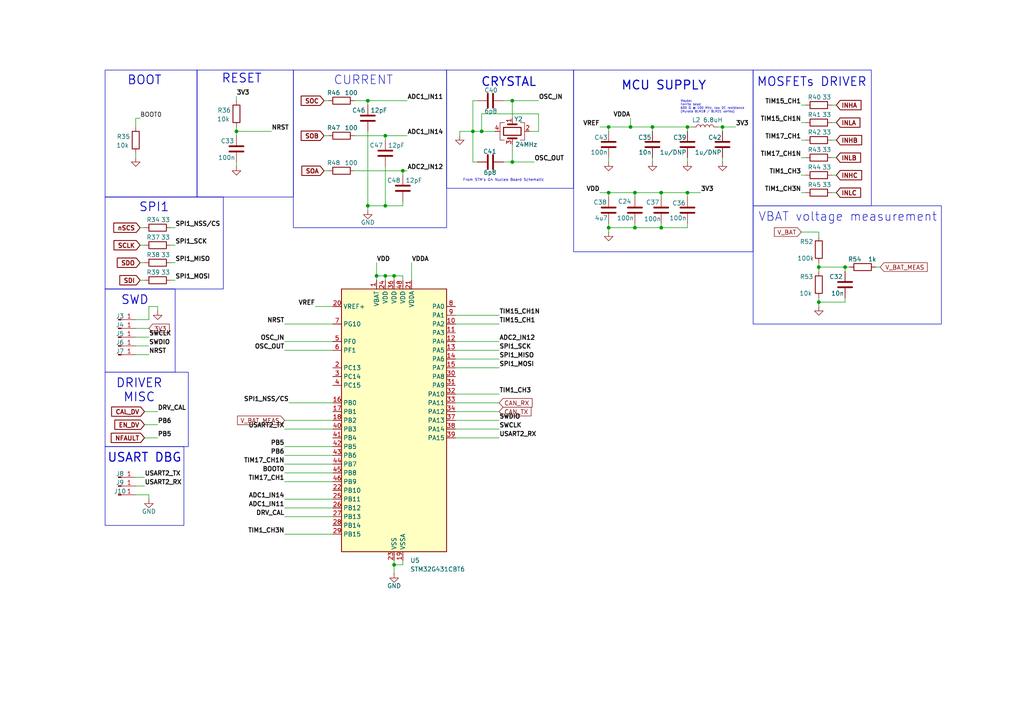
<source format=kicad_sch>
(kicad_sch (version 20250114) (generator "eeschema") (generator_version "9.0")
  (paper "A4")
  (lib_symbols
    (symbol "Connector:Conn_01x01_Pin" (pin_names (offset 1.016) (hide yes))
      (property "Reference" "J" (at 0 2.54 0))
      (property "Value" "Conn_01x01_Pin" (at 0 -2.54 0))
      (symbol "Conn_01x01_Pin_1_1"
        (rectangle (start 0.8636 0.127) (end 0 -0.127) (stroke (width 0.1524)) (fill (type outline)))
        (polyline (pts (xy 1.27 0) (xy 0.8636 0)) (stroke (width 0.1524)))
        (pin passive line (at 5.08 0 180) (length 3.81) (name "Pin_1") (number "1"))
      )
    )
    (symbol "Device:C" (pin_numbers (hide yes)) (pin_names (offset 0.254))
      (property "Reference" "C" (at 0.635 2.54 0))
      (property "Value" "C" (at 0.635 -2.54 0))
      (symbol "C_0_1"
        (polyline (pts (xy -2.032 0.762) (xy 2.032 0.762)) (stroke (width 0.508)))
        (polyline (pts (xy -2.032 -0.762) (xy 2.032 -0.762)) (stroke (width 0.508)))
      )
      (symbol "C_1_1"
        (pin passive line (at 0 3.81 270) (length 2.794) (name "~") (number "1"))
        (pin passive line (at 0 -3.81 90) (length 2.794) (name "~") (number "2"))
      )
    )
    (symbol "Device:Crystal_GND24" (pin_names (offset 1.016) (hide yes))
      (property "Reference" "Y" (at 3.175 5.08 0))
      (property "Value" "Crystal_GND24" (at 3.175 3.175 0))
      (symbol "Crystal_GND24_0_1"
        (polyline (pts (xy -2.54 2.286) (xy -2.54 3.556) (xy 2.54 3.556) (xy 2.54 2.286)))
        (polyline (pts (xy -2.54 0) (xy -2.032 0)))
        (polyline (pts (xy -2.54 -2.286) (xy -2.54 -3.556) (xy 2.54 -3.556) (xy 2.54 -2.286)))
        (polyline (pts (xy -2.032 -1.27) (xy -2.032 1.27)) (stroke (width 0.508)))
        (rectangle (start -1.143 2.54) (end 1.143 -2.54) (stroke (width 0.3048)))
        (polyline (pts (xy 0 3.556) (xy 0 3.81)))
        (polyline (pts (xy 0 -3.81) (xy 0 -3.556)))
        (polyline (pts (xy 2.032 0) (xy 2.54 0)))
        (polyline (pts (xy 2.032 -1.27) (xy 2.032 1.27)) (stroke (width 0.508)))
      )
      (symbol "Crystal_GND24_1_1"
        (pin passive line (at -3.81 0 0) (length 1.27) (name "1") (number "1"))
        (pin passive line (at 0 5.08 270) (length 1.27) (name "2") (number "2"))
        (pin passive line (at 0 -5.08 90) (length 1.27) (name "4") (number "4"))
        (pin passive line (at 3.81 0 180) (length 1.27) (name "3") (number "3"))
      )
    )
    (symbol "Device:L" (pin_numbers (hide yes)) (pin_names (offset 1.016) (hide yes))
      (property "Reference" "L" (at -1.27 0 90))
      (property "Value" "L" (at 1.905 0 90))
      (symbol "L_0_1"
        (arc (start 0 2.54) (mid 0.6323 1.905) (end 0 1.27))
        (arc (start 0 1.27) (mid 0.6323 0.635) (end 0 0))
        (arc (start 0 0) (mid 0.6323 -0.635) (end 0 -1.27))
        (arc (start 0 -1.27) (mid 0.6323 -1.905) (end 0 -2.54))
      )
      (symbol "L_1_1"
        (pin passive line (at 0 3.81 270) (length 1.27) (name "1") (number "1"))
        (pin passive line (at 0 -3.81 90) (length 1.27) (name "2") (number "2"))
      )
    )
    (symbol "Device:R" (pin_numbers (hide yes)) (pin_names (offset 0))
      (property "Reference" "R" (at 2.032 0 90))
      (property "Value" "R" (at 0 0 90))
      (symbol "R_0_1"
        (rectangle (start -1.016 -2.54) (end 1.016 2.54) (stroke (width 0.254)))
      )
      (symbol "R_1_1"
        (pin passive line (at 0 3.81 270) (length 1.27) (name "~") (number "1"))
        (pin passive line (at 0 -3.81 90) (length 1.27) (name "~") (number "2"))
      )
    )
    (symbol "MCU_ST_STM32G4:STM32G431CBTx"
      (property "Reference" "U" (at -15.24 39.37 0))
      (property "Value" "STM32G431CBTx" (at 7.62 39.37 0))
      (symbol "STM32G431CBTx_0_1"
        (rectangle (start -15.24 -38.1) (end 15.24 38.1) (stroke (width 0.254)) (fill (type background)))
      )
      (symbol "STM32G431CBTx_1_1"
        (pin input line (at -17.78 33.02 0) (length 2.54) (name "VREF+") (number "20"))
        (pin bidirectional line (at -17.78 27.94 0) (length 2.54) (name "PG10") (number "7"))
        (pin bidirectional line (at -17.78 22.86 0) (length 2.54) (name "PF0") (number "5"))
        (pin bidirectional line (at -17.78 20.32 0) (length 2.54) (name "PF1") (number "6"))
        (pin bidirectional line (at -17.78 15.24 0) (length 2.54) (name "PC13") (number "2"))
        (pin bidirectional line (at -17.78 12.7 0) (length 2.54) (name "PC14") (number "3"))
        (pin bidirectional line (at -17.78 10.16 0) (length 2.54) (name "PC15") (number "4"))
        (pin bidirectional line (at -17.78 5.08 0) (length 2.54) (name "PB0") (number "16"))
        (pin bidirectional line (at -17.78 2.54 0) (length 2.54) (name "PB1") (number "17"))
        (pin bidirectional line (at -17.78 0 0) (length 2.54) (name "PB2") (number "18"))
        (pin bidirectional line (at -17.78 -2.54 0) (length 2.54) (name "PB3") (number "40"))
        (pin bidirectional line (at -17.78 -5.08 0) (length 2.54) (name "PB4") (number "41"))
        (pin bidirectional line (at -17.78 -7.62 0) (length 2.54) (name "PB5") (number "42"))
        (pin bidirectional line (at -17.78 -10.16 0) (length 2.54) (name "PB6") (number "43"))
        (pin bidirectional line (at -17.78 -12.7 0) (length 2.54) (name "PB7") (number "44"))
        (pin bidirectional line (at -17.78 -15.24 0) (length 2.54) (name "PB8") (number "45"))
        (pin bidirectional line (at -17.78 -17.78 0) (length 2.54) (name "PB9") (number "46"))
        (pin bidirectional line (at -17.78 -20.32 0) (length 2.54) (name "PB10") (number "22"))
        (pin bidirectional line (at -17.78 -22.86 0) (length 2.54) (name "PB11") (number "25"))
        (pin bidirectional line (at -17.78 -25.4 0) (length 2.54) (name "PB12") (number "26"))
        (pin bidirectional line (at -17.78 -27.94 0) (length 2.54) (name "PB13") (number "27"))
        (pin bidirectional line (at -17.78 -30.48 0) (length 2.54) (name "PB14") (number "28"))
        (pin bidirectional line (at -17.78 -33.02 0) (length 2.54) (name "PB15") (number "29"))
        (pin power_in line (at -5.08 40.64 270) (length 2.54) (name "VBAT") (number "1"))
        (pin power_in line (at -2.54 40.64 270) (length 2.54) (name "VDD") (number "24"))
        (pin power_in line (at 0 40.64 270) (length 2.54) (name "VDD") (number "36"))
        (pin power_in line (at 0 -40.64 90) (length 2.54) (name "VSS") (number "23"))
        (pin passive line (at 0 -40.64 90) (length 2.54) (hide yes) (name "VSS") (number "35"))
        (pin passive line (at 0 -40.64 90) (length 2.54) (hide yes) (name "VSS") (number "47"))
        (pin power_in line (at 2.54 40.64 270) (length 2.54) (name "VDD") (number "48"))
        (pin power_in line (at 2.54 -40.64 90) (length 2.54) (name "VSSA") (number "19"))
        (pin power_in line (at 5.08 40.64 270) (length 2.54) (name "VDDA") (number "21"))
        (pin bidirectional line (at 17.78 33.02 180) (length 2.54) (name "PA0") (number "8"))
        (pin bidirectional line (at 17.78 30.48 180) (length 2.54) (name "PA1") (number "9"))
        (pin bidirectional line (at 17.78 27.94 180) (length 2.54) (name "PA2") (number "10"))
        (pin bidirectional line (at 17.78 25.4 180) (length 2.54) (name "PA3") (number "11"))
        (pin bidirectional line (at 17.78 22.86 180) (length 2.54) (name "PA4") (number "12"))
        (pin bidirectional line (at 17.78 20.32 180) (length 2.54) (name "PA5") (number "13"))
        (pin bidirectional line (at 17.78 17.78 180) (length 2.54) (name "PA6") (number "14"))
        (pin bidirectional line (at 17.78 15.24 180) (length 2.54) (name "PA7") (number "15"))
        (pin bidirectional line (at 17.78 12.7 180) (length 2.54) (name "PA8") (number "30"))
        (pin bidirectional line (at 17.78 10.16 180) (length 2.54) (name "PA9") (number "31"))
        (pin bidirectional line (at 17.78 7.62 180) (length 2.54) (name "PA10") (number "32"))
        (pin bidirectional line (at 17.78 5.08 180) (length 2.54) (name "PA11") (number "33"))
        (pin bidirectional line (at 17.78 2.54 180) (length 2.54) (name "PA12") (number "34"))
        (pin bidirectional line (at 17.78 0 180) (length 2.54) (name "PA13") (number "37"))
        (pin bidirectional line (at 17.78 -2.54 180) (length 2.54) (name "PA14") (number "38"))
        (pin bidirectional line (at 17.78 -5.08 180) (length 2.54) (name "PA15") (number "39"))
      )
    )
    (symbol "power:GND" (power) (pin_numbers (hide yes)) (pin_names (offset 0) (hide yes))
      (property "Value" "GND" (at 0 -3.81 0))
      (symbol "GND_0_1"
        (polyline (pts (xy 0 0) (xy 0 -1.27) (xy 1.27 -1.27) (xy 0 -2.54) (xy -1.27 -1.27) (xy 0 -1.27)))
      )
      (symbol "GND_1_1"
        (pin power_in line (at 0 0 270) (length 0) (name "~") (number "1"))
      )
    )
  )
  (rectangle (start 30.48 57.15) (end 64.77 83.82))
  (rectangle (start 30.48 129.54) (end 53.34 152.4))
  (rectangle (start 129.54 20.32) (end 166.37 54.61))
  (rectangle (start 30.48 83.82) (end 50.8 107.95))
  (rectangle (start 30.48 107.95) (end 54.61 129.54))
  (rectangle (start 85.09 20.32) (end 129.54 66.04))
  (rectangle (start 218.44 59.69) (end 273.05 93.98))
  (rectangle (start 30.48 20.32) (end 57.15 57.15))
  (rectangle (start 57.15 20.32) (end 85.09 57.15))
  (rectangle (start 166.37 20.32) (end 218.44 73.025))
  (rectangle (start 218.44 20.32) (end 252.73 59.69))
  (text "CURRENT" (at 105.41 23.368 0) (effects (font (size 2.54 2.54) (thickness 0.1588))))
  (text "VBAT voltage measurement" (at 245.872 62.992 0) (effects (font (size 2.54 2.54) (thickness 0.1588))))
  (text "SWD" (at 39.116 87.122 0) (effects (font (size 2.54 2.54) (thickness 0.254) (bold yes))))
  (text "RESET" (at 70.104 22.86 0) (effects (font (size 2.54 2.54) (thickness 0.254) (bold yes))))
  (text "From STM's G4 Nucleo Board Schematic" (at 146.05 52.324 0) (effects (font (size 0.762 0.762) (thickness 0.0953))))
  (text "USART DBG" (at 41.91 132.842 0) (effects (font (size 2.54 2.54) (thickness 0.3175))))
  (text "BOOT" (at 41.91 23.368 0) (effects (font (size 2.54 2.54) (thickness 0.254) (bold yes))))
  (text "DRIVER\nMISC" (at 40.386 113.284 0) (effects (font (size 2.54 2.54) (thickness 0.254) (bold yes))))
  (text "MCU SUPPLY" (at 192.532 24.892 0) (effects (font (size 2.54 2.54) (thickness 0.3175))))
  (text "CRYSTAL" (at 147.574 23.876 0) (effects (font (size 2.54 2.54) (thickness 0.3175))))
  (text "Maybe:\nFerrite bead\n600 Ω @ 100 MHz, low DC resistance\n(Murata BLM18 / BLM21 series)" (at 197.358 30.988 0) (effects (font (size 0.635 0.635) (thickness 0.0794)) (justify left)))
  (text "MOSFETs DRIVER" (at 235.458 23.876 0) (effects (font (size 2.54 2.54) (thickness 0.254) (bold yes))))
  (text "SPI1" (at 44.704 60.198 0) (effects (font (size 2.54 2.54) (thickness 0.254) (bold yes))))
  (junction (at 237.49 87.63))
  (junction (at 109.22 80.01))
  (junction (at 116.84 49.53))
  (junction (at 114.3 80.01))
  (junction (at 189.23 36.83))
  (junction (at 199.39 55.88))
  (junction (at 111.76 80.01))
  (junction (at 111.76 59.69))
  (junction (at 176.53 36.83))
  (junction (at 184.15 66.04))
  (junction (at 184.15 55.88))
  (junction (at 68.58 38.1))
  (junction (at 245.11 77.47))
  (junction (at 139.7 38.1))
  (junction (at 176.53 66.04))
  (junction (at 237.49 77.47))
  (junction (at 148.59 46.99))
  (junction (at 111.76 39.37))
  (junction (at 191.77 55.88))
  (junction (at 137.16 38.1))
  (junction (at 114.3 163.83))
  (junction (at 106.68 59.69))
  (junction (at 182.88 36.83))
  (junction (at 176.53 55.88))
  (junction (at 191.77 66.04))
  (junction (at 209.55 36.83))
  (junction (at 106.68 29.21))
  (junction (at 199.39 36.83))
  (junction (at 148.59 29.21))
  (wire (pts (xy 144.78 121.92) (xy 132.08 121.92)))
  (wire (pts (xy 153.67 38.1) (xy 156.21 38.1)))
  (wire (pts (xy 119.38 76.2) (xy 119.38 81.28)))
  (wire (pts (xy 237.49 67.31) (xy 237.49 68.58)))
  (wire (pts (xy 139.7 38.1) (xy 143.51 38.1)))
  (wire (pts (xy 132.08 91.44) (xy 144.78 91.44)))
  (wire (pts (xy 237.49 88.9) (xy 237.49 87.63)))
  (wire (pts (xy 45.72 88.9) (xy 45.72 90.17)))
  (wire (pts (xy 242.57 30.48) (xy 241.3 30.48)))
  (wire (pts (xy 232.41 67.31) (xy 237.49 67.31)))
  (wire (pts (xy 176.53 57.15) (xy 176.53 55.88)))
  (wire (pts (xy 116.84 49.53) (xy 118.11 49.53)))
  (wire (pts (xy 43.18 143.51) (xy 43.18 144.78)))
  (wire (pts (xy 68.58 36.83) (xy 68.58 38.1)))
  (wire (pts (xy 82.55 129.54) (xy 96.52 129.54)))
  (wire (pts (xy 111.76 48.26) (xy 111.76 59.69)))
  (wire (pts (xy 133.35 38.1) (xy 137.16 38.1)))
  (wire (pts (xy 156.21 29.21) (xy 148.59 29.21)))
  (wire (pts (xy 114.3 80.01) (xy 114.3 81.28)))
  (wire (pts (xy 237.49 77.47) (xy 245.11 77.47)))
  (wire (pts (xy 41.91 119.38) (xy 45.72 119.38)))
  (wire (pts (xy 93.98 39.37) (xy 95.25 39.37)))
  (wire (pts (xy 106.68 59.69) (xy 111.76 59.69)))
  (wire (pts (xy 176.53 66.04) (xy 176.53 67.31)))
  (wire (pts (xy 242.57 35.56) (xy 241.3 35.56)))
  (wire (pts (xy 191.77 55.88) (xy 191.77 57.15)))
  (wire (pts (xy 43.18 95.25) (xy 39.37 95.25)))
  (wire (pts (xy 184.15 64.77) (xy 184.15 66.04)))
  (wire (pts (xy 40.64 81.28) (xy 41.91 81.28)))
  (wire (pts (xy 93.98 29.21) (xy 95.25 29.21)))
  (wire (pts (xy 116.84 58.42) (xy 116.84 59.69)))
  (wire (pts (xy 137.16 29.21) (xy 137.16 38.1)))
  (wire (pts (xy 102.87 49.53) (xy 116.84 49.53)))
  (wire (pts (xy 39.37 34.29) (xy 40.64 34.29)))
  (wire (pts (xy 102.87 39.37) (xy 111.76 39.37)))
  (wire (pts (xy 232.41 50.8) (xy 233.68 50.8)))
  (wire (pts (xy 232.41 45.72) (xy 233.68 45.72)))
  (wire (pts (xy 109.22 80.01) (xy 111.76 80.01)))
  (wire (pts (xy 199.39 64.77) (xy 199.39 66.04)))
  (wire (pts (xy 242.57 40.64) (xy 241.3 40.64)))
  (wire (pts (xy 245.11 78.74) (xy 245.11 77.47)))
  (wire (pts (xy 254 77.47) (xy 255.27 77.47)))
  (wire (pts (xy 232.41 40.64) (xy 233.68 40.64)))
  (wire (pts (xy 114.3 80.01) (xy 111.76 80.01)))
  (wire (pts (xy 191.77 66.04) (xy 184.15 66.04)))
  (wire (pts (xy 39.37 143.51) (xy 43.18 143.51)))
  (wire (pts (xy 43.18 92.71) (xy 39.37 92.71)))
  (wire (pts (xy 137.16 38.1) (xy 137.16 46.99)))
  (wire (pts (xy 116.84 80.01) (xy 114.3 80.01)))
  (wire (pts (xy 144.78 106.68) (xy 132.08 106.68)))
  (wire (pts (xy 176.53 64.77) (xy 176.53 66.04)))
  (wire (pts (xy 176.53 36.83) (xy 182.88 36.83)))
  (wire (pts (xy 82.55 144.78) (xy 96.52 144.78)))
  (wire (pts (xy 82.55 134.62) (xy 96.52 134.62)))
  (wire (pts (xy 156.21 33.02) (xy 156.21 38.1)))
  (wire (pts (xy 116.84 162.56) (xy 116.84 163.83)))
  (wire (pts (xy 41.91 140.97) (xy 39.37 140.97)))
  (wire (pts (xy 148.59 29.21) (xy 148.59 34.29)))
  (wire (pts (xy 242.57 55.88) (xy 241.3 55.88)))
  (wire (pts (xy 116.84 81.28) (xy 116.84 80.01)))
  (wire (pts (xy 82.55 124.46) (xy 96.52 124.46)))
  (wire (pts (xy 82.55 147.32) (xy 96.52 147.32)))
  (wire (pts (xy 82.55 139.7) (xy 96.52 139.7)))
  (wire (pts (xy 83.82 116.84) (xy 96.52 116.84)))
  (wire (pts (xy 137.16 46.99) (xy 138.43 46.99)))
  (wire (pts (xy 245.11 77.47) (xy 246.38 77.47)))
  (wire (pts (xy 109.22 81.28) (xy 109.22 80.01)))
  (wire (pts (xy 82.55 154.94) (xy 96.52 154.94)))
  (wire (pts (xy 43.18 92.71) (xy 43.18 88.9)))
  (wire (pts (xy 82.55 121.92) (xy 96.52 121.92)))
  (wire (pts (xy 49.53 81.28) (xy 50.8 81.28)))
  (wire (pts (xy 43.18 100.33) (xy 39.37 100.33)))
  (wire (pts (xy 49.53 76.2) (xy 50.8 76.2)))
  (wire (pts (xy 106.68 59.69) (xy 106.68 60.96)))
  (wire (pts (xy 232.41 35.56) (xy 233.68 35.56)))
  (wire (pts (xy 106.68 38.1) (xy 106.68 59.69)))
  (wire (pts (xy 111.76 39.37) (xy 111.76 40.64)))
  (wire (pts (xy 146.05 29.21) (xy 148.59 29.21)))
  (wire (pts (xy 68.58 38.1) (xy 78.74 38.1)))
  (wire (pts (xy 43.18 88.9) (xy 45.72 88.9)))
  (wire (pts (xy 146.05 46.99) (xy 148.59 46.99)))
  (wire (pts (xy 82.55 101.6) (xy 96.52 101.6)))
  (wire (pts (xy 139.7 38.1) (xy 139.7 33.02)))
  (wire (pts (xy 184.15 66.04) (xy 176.53 66.04)))
  (wire (pts (xy 49.53 66.04) (xy 50.8 66.04)))
  (wire (pts (xy 144.78 104.14) (xy 132.08 104.14)))
  (wire (pts (xy 111.76 80.01) (xy 111.76 81.28)))
  (wire (pts (xy 199.39 36.83) (xy 199.39 38.1)))
  (wire (pts (xy 82.55 149.86) (xy 96.52 149.86)))
  (wire (pts (xy 68.58 46.99) (xy 68.58 48.26)))
  (wire (pts (xy 176.53 45.72) (xy 176.53 46.99)))
  (wire (pts (xy 106.68 29.21) (xy 118.11 29.21)))
  (wire (pts (xy 133.35 39.37) (xy 133.35 38.1)))
  (wire (pts (xy 173.99 55.88) (xy 176.53 55.88)))
  (wire (pts (xy 191.77 64.77) (xy 191.77 66.04)))
  (wire (pts (xy 189.23 45.72) (xy 189.23 46.99)))
  (wire (pts (xy 144.78 119.38) (xy 132.08 119.38)))
  (wire (pts (xy 93.98 49.53) (xy 95.25 49.53)))
  (wire (pts (xy 102.87 29.21) (xy 106.68 29.21)))
  (wire (pts (xy 114.3 162.56) (xy 114.3 163.83)))
  (wire (pts (xy 232.41 55.88) (xy 233.68 55.88)))
  (wire (pts (xy 237.49 87.63) (xy 245.11 87.63)))
  (wire (pts (xy 39.37 44.45) (xy 39.37 45.72)))
  (wire (pts (xy 182.88 36.83) (xy 189.23 36.83)))
  (wire (pts (xy 40.64 71.12) (xy 41.91 71.12)))
  (wire (pts (xy 199.39 46.99) (xy 199.39 45.72)))
  (wire (pts (xy 138.43 29.21) (xy 137.16 29.21)))
  (wire (pts (xy 82.55 99.06) (xy 96.52 99.06)))
  (wire (pts (xy 144.78 116.84) (xy 132.08 116.84)))
  (wire (pts (xy 68.58 38.1) (xy 68.58 39.37)))
  (wire (pts (xy 82.55 93.98) (xy 96.52 93.98)))
  (wire (pts (xy 176.53 55.88) (xy 184.15 55.88)))
  (wire (pts (xy 41.91 123.19) (xy 45.72 123.19)))
  (wire (pts (xy 176.53 36.83) (xy 176.53 38.1)))
  (wire (pts (xy 199.39 55.88) (xy 199.39 57.15)))
  (wire (pts (xy 237.49 86.36) (xy 237.49 87.63)))
  (wire (pts (xy 144.78 114.3) (xy 132.08 114.3)))
  (wire (pts (xy 199.39 55.88) (xy 203.2 55.88)))
  (wire (pts (xy 182.88 34.29) (xy 182.88 36.83)))
  (wire (pts (xy 116.84 49.53) (xy 116.84 50.8)))
  (wire (pts (xy 41.91 138.43) (xy 39.37 138.43)))
  (wire (pts (xy 245.11 86.36) (xy 245.11 87.63)))
  (wire (pts (xy 40.64 66.04) (xy 41.91 66.04)))
  (wire (pts (xy 148.59 46.99) (xy 154.94 46.99)))
  (wire (pts (xy 173.99 36.83) (xy 176.53 36.83)))
  (wire (pts (xy 144.78 93.98) (xy 132.08 93.98)))
  (wire (pts (xy 184.15 55.88) (xy 184.15 57.15)))
  (wire (pts (xy 209.55 46.99) (xy 209.55 45.72)))
  (wire (pts (xy 144.78 99.06) (xy 132.08 99.06)))
  (wire (pts (xy 208.28 36.83) (xy 209.55 36.83)))
  (wire (pts (xy 189.23 36.83) (xy 189.23 38.1)))
  (wire (pts (xy 82.55 132.08) (xy 96.52 132.08)))
  (wire (pts (xy 139.7 33.02) (xy 156.21 33.02)))
  (wire (pts (xy 49.53 71.12) (xy 50.8 71.12)))
  (wire (pts (xy 148.59 41.91) (xy 148.59 46.99)))
  (wire (pts (xy 82.55 137.16) (xy 96.52 137.16)))
  (wire (pts (xy 41.91 127) (xy 45.72 127)))
  (wire (pts (xy 209.55 36.83) (xy 209.55 38.1)))
  (wire (pts (xy 91.44 88.9) (xy 96.52 88.9)))
  (wire (pts (xy 199.39 66.04) (xy 191.77 66.04)))
  (wire (pts (xy 68.58 27.94) (xy 68.58 29.21)))
  (wire (pts (xy 43.18 97.79) (xy 39.37 97.79)))
  (wire (pts (xy 106.68 29.21) (xy 106.68 30.48)))
  (wire (pts (xy 109.22 76.2) (xy 109.22 80.01)))
  (wire (pts (xy 242.57 45.72) (xy 241.3 45.72)))
  (wire (pts (xy 189.23 36.83) (xy 199.39 36.83)))
  (wire (pts (xy 237.49 77.47) (xy 237.49 78.74)))
  (wire (pts (xy 209.55 36.83) (xy 213.36 36.83)))
  (wire (pts (xy 144.78 127) (xy 132.08 127)))
  (wire (pts (xy 111.76 39.37) (xy 118.11 39.37)))
  (wire (pts (xy 111.76 59.69) (xy 116.84 59.69)))
  (wire (pts (xy 232.41 30.48) (xy 233.68 30.48)))
  (wire (pts (xy 39.37 36.83) (xy 39.37 34.29)))
  (wire (pts (xy 40.64 76.2) (xy 41.91 76.2)))
  (wire (pts (xy 137.16 38.1) (xy 139.7 38.1)))
  (wire (pts (xy 144.78 101.6) (xy 132.08 101.6)))
  (wire (pts (xy 199.39 36.83) (xy 200.66 36.83)))
  (wire (pts (xy 237.49 76.2) (xy 237.49 77.47)))
  (wire (pts (xy 184.15 55.88) (xy 191.77 55.88)))
  (wire (pts (xy 144.78 124.46) (xy 132.08 124.46)))
  (wire (pts (xy 43.18 102.87) (xy 39.37 102.87)))
  (wire (pts (xy 114.3 163.83) (xy 116.84 163.83)))
  (wire (pts (xy 114.3 163.83) (xy 114.3 166.37)))
  (wire (pts (xy 191.77 55.88) (xy 199.39 55.88)))
  (wire (pts (xy 242.57 50.8) (xy 241.3 50.8)))
  (label "BOOT0" (at 82.55 137.16 180) (effects (font (thickness 0.254) (bold yes))))
  (label "TIM17_CH1" (at 232.41 40.64 180) (effects (font (thickness 0.254) (bold yes))))
  (label "TIM1_CH3N" (at 82.55 154.94 180) (effects (font (thickness 0.254) (bold yes))))
  (label "SPI1_NSS{slash}CS" (at 83.82 116.84 180) (effects (font (thickness 0.254) (bold yes))))
  (label "TIM17_CH1N" (at 82.55 134.62 180) (effects (font (thickness 0.254) (bold yes))))
  (label "SPI1_SCK" (at 144.78 101.6 0) (effects (font (thickness 0.254) (bold yes))))
  (label "OSC_OUT" (at 154.94 46.99 0) (effects (font (thickness 0.254) (bold yes))))
  (label "PB5" (at 82.55 129.54 180) (effects (font (thickness 0.254) (bold yes))))
  (label "DRV_CAL" (at 82.55 149.86 180) (effects (font (thickness 0.254) (bold yes))))
  (label "DRV_CAL" (at 45.72 119.38 0) (effects (font (thickness 0.254) (bold yes))))
  (label "ADC2_IN12" (at 144.78 99.06 0) (effects (font (thickness 0.254) (bold yes))))
  (label "ADC2_IN12" (at 118.11 49.53 0) (effects (font (thickness 0.254) (bold yes))))
  (label "USART2_RX" (at 41.91 140.97 0) (effects (font (thickness 0.254) (bold yes))))
  (label "ADC1_IN11" (at 118.11 29.21 0) (effects (font (thickness 0.254) (bold yes))))
  (label "3V3" (at 203.2 55.88 0) (effects (font (thickness 0.254) (bold yes))))
  (label "SPI1_MISO" (at 144.78 104.14 0) (effects (font (thickness 0.254) (bold yes))))
  (label "SPI1_MOSI" (at 50.8 81.28 0) (effects (font (thickness 0.254) (bold yes))))
  (label "ADC1_IN14" (at 82.55 144.78 180) (effects (font (thickness 0.254) (bold yes))))
  (label "TIM17_CH1N" (at 232.41 45.72 180) (effects (font (thickness 0.254) (bold yes))))
  (label "VREF" (at 173.99 36.83 180) (effects (font (thickness 0.254) (bold yes))))
  (label "TIM1_CH3" (at 232.41 50.8 180) (effects (font (thickness 0.254) (bold yes))))
  (label "NRST" (at 43.18 102.87 0) (effects (font (thickness 0.254) (bold yes))))
  (label "TIM15_CH1" (at 144.78 93.98 0) (effects (font (thickness 0.254) (bold yes))))
  (label "3V3" (at 68.58 27.94 0) (effects (font (thickness 0.254) (bold yes))))
  (label "TIM17_CH1" (at 82.55 139.7 180) (effects (font (thickness 0.254) (bold yes))))
  (label "SPI1_MOSI" (at 144.78 106.68 0) (effects (font (thickness 0.254) (bold yes))))
  (label "SWCLK" (at 43.18 97.79 0) (effects (font (thickness 0.254) (bold yes))))
  (label "TIM15_CH1" (at 232.41 30.48 180) (effects (font (thickness 0.254) (bold yes))))
  (label "SPI1_NSS{slash}CS" (at 50.8 66.04 0) (effects (font (thickness 0.254) (bold yes))))
  (label "ADC1_IN14" (at 118.11 39.37 0) (effects (font (thickness 0.254) (bold yes))))
  (label "VDDA" (at 119.38 76.2 0) (effects (font (thickness 0.254) (bold yes))))
  (label "OSC_OUT" (at 82.55 101.6 180) (effects (font (thickness 0.254) (bold yes))))
  (label "OSC_IN" (at 156.21 29.21 0) (effects (font (thickness 0.254) (bold yes))))
  (label "3V3" (at 213.36 36.83 0) (effects (font (thickness 0.254) (bold yes))))
  (label "TIM1_CH3N" (at 232.41 55.88 180) (effects (font (thickness 0.254) (bold yes))))
  (label "SPI1_MISO" (at 50.8 76.2 0) (effects (font (thickness 0.254) (bold yes))))
  (label "VDDA" (at 182.88 34.29 180) (effects (font (thickness 0.254) (bold yes))))
  (label "TIM1_CH3" (at 144.78 114.3 0) (effects (font (thickness 0.254) (bold yes))))
  (label "ADC1_IN11" (at 82.55 147.32 180) (effects (font (thickness 0.254) (bold yes))))
  (label "TIM15_CH1N" (at 232.41 35.56 180) (effects (font (thickness 0.254) (bold yes))))
  (label "VDD" (at 109.22 76.2 0) (effects (font (thickness 0.254) (bold yes))))
  (label "NRST" (at 78.74 38.1 0) (effects (font (thickness 0.254) (bold yes))))
  (label "VREF" (at 91.44 88.9 180) (effects (font (thickness 0.254) (bold yes))))
  (label "SPI1_SCK" (at 50.8 71.12 0) (effects (font (thickness 0.254) (bold yes))))
  (label "VDD" (at 173.99 55.88 180) (effects (font (thickness 0.254) (bold yes))))
  (label "BOOT0" (at 40.64 34.29 0))
  (label "PB6" (at 82.55 132.08 180) (effects (font (thickness 0.254) (bold yes))))
  (label "TIM15_CH1N" (at 144.78 91.44 0) (effects (font (thickness 0.254) (bold yes))))
  (label "SWDIO" (at 43.18 100.33 0) (effects (font (thickness 0.254) (bold yes))))
  (label "PB5" (at 45.72 127 0) (effects (font (thickness 0.254) (bold yes))))
  (label "USART2_TX" (at 41.91 138.43 0) (effects (font (thickness 0.254) (bold yes))))
  (label "SWDIO" (at 144.78 121.92 0) (effects (font (thickness 0.254) (bold yes))))
  (label "SWCLK" (at 144.78 124.46 0) (effects (font (thickness 0.254) (bold yes))))
  (label "PB6" (at 45.72 123.19 0) (effects (font (thickness 0.254) (bold yes))))
  (label "NRST" (at 82.55 93.98 180) (effects (font (thickness 0.254) (bold yes))))
  (label "OSC_IN" (at 82.55 99.06 180) (effects (font (thickness 0.254) (bold yes))))
  (label "USART2_RX" (at 144.78 127 0) (effects (font (thickness 0.254) (bold yes))))
  (label "USART2_TX" (at 82.55 124.46 180) (effects (font (thickness 0.254) (bold yes))))
  (global_label "CAN_TX" (shape input) (at 144.78 119.38 0) (property "Intersheetrefs" "${INTERSHEET_REFS}" (effects (hide yes))))
  (global_label "SDO" (shape input) (at 40.64 76.2 180) (effects (font (thickness 0.254) (bold yes))) (property "Intersheetrefs" "${INTERSHEET_REFS}" (effects (hide yes))))
  (global_label "V_BAT_MEAS" (shape input) (at 82.55 121.92 180) (property "Intersheetrefs" "${INTERSHEET_REFS}" (effects (hide yes))))
  (global_label "EN_DV" (shape input) (at 41.91 123.19 180) (effects (font (thickness 0.254) (bold yes))) (property "Intersheetrefs" "${INTERSHEET_REFS}" (effects (hide yes))))
  (global_label "INLA" (shape input) (at 242.57 35.56 0) (effects (font (thickness 0.254) (bold yes))) (property "Intersheetrefs" "${INTERSHEET_REFS}" (effects (hide yes))))
  (global_label "SOB" (shape input) (at 93.98 39.37 180) (effects (font (thickness 0.254) (bold yes))) (property "Intersheetrefs" "${INTERSHEET_REFS}" (effects (hide yes))))
  (global_label "NFAULT" (shape input) (at 41.91 127 180) (effects (font (thickness 0.254) (bold yes))) (property "Intersheetrefs" "${INTERSHEET_REFS}" (effects (hide yes))))
  (global_label "SOA" (shape input) (at 93.98 49.53 180) (effects (font (thickness 0.254) (bold yes))) (property "Intersheetrefs" "${INTERSHEET_REFS}" (effects (hide yes))))
  (global_label "CAN_RX" (shape input) (at 144.78 116.84 0) (property "Intersheetrefs" "${INTERSHEET_REFS}" (effects (hide yes))))
  (global_label "3V3" (shape input) (at 43.18 95.25 0) (property "Intersheetrefs" "${INTERSHEET_REFS}" (effects (hide yes))))
  (global_label "INHC" (shape input) (at 242.57 50.8 0) (effects (font (thickness 0.254) (bold yes))) (property "Intersheetrefs" "${INTERSHEET_REFS}" (effects (hide yes))))
  (global_label "INLB" (shape input) (at 242.57 45.72 0) (effects (font (thickness 0.254) (bold yes))) (property "Intersheetrefs" "${INTERSHEET_REFS}" (effects (hide yes))))
  (global_label "INLC" (shape input) (at 242.57 55.88 0) (effects (font (thickness 0.254) (bold yes))) (property "Intersheetrefs" "${INTERSHEET_REFS}" (effects (hide yes))))
  (global_label "V_BAT" (shape input) (at 232.41 67.31 180) (property "Intersheetrefs" "${INTERSHEET_REFS}" (effects (hide yes))))
  (global_label "INHB" (shape input) (at 242.57 40.64 0) (effects (font (thickness 0.254) (bold yes))) (property "Intersheetrefs" "${INTERSHEET_REFS}" (effects (hide yes))))
  (global_label "CAL_DV" (shape input) (at 41.91 119.38 180) (effects (font (thickness 0.254) (bold yes))) (property "Intersheetrefs" "${INTERSHEET_REFS}" (effects (hide yes))))
  (global_label "SDI" (shape input) (at 40.64 81.28 180) (effects (font (thickness 0.254) (bold yes))) (property "Intersheetrefs" "${INTERSHEET_REFS}" (effects (hide yes))))
  (global_label "SOC" (shape input) (at 93.98 29.21 180) (effects (font (thickness 0.254) (bold yes))) (property "Intersheetrefs" "${INTERSHEET_REFS}" (effects (hide yes))))
  (global_label "V_BAT_MEAS" (shape input) (at 255.27 77.47 0) (property "Intersheetrefs" "${INTERSHEET_REFS}" (effects (hide yes))))
  (global_label "SCLK" (shape input) (at 40.64 71.12 180) (effects (font (thickness 0.254) (bold yes))) (property "Intersheetrefs" "${INTERSHEET_REFS}" (effects (hide yes))))
  (global_label "nSCS" (shape input) (at 40.64 66.04 180) (effects (font (thickness 0.254) (bold yes))) (property "Intersheetrefs" "${INTERSHEET_REFS}" (effects (hide yes))))
  (global_label "INHA" (shape input) (at 242.57 30.48 0) (effects (font (thickness 0.254) (bold yes))) (property "Intersheetrefs" "${INTERSHEET_REFS}" (effects (hide yes))))
  (symbol (lib_id "power:GND") (at 43.18 144.78 0) (unit 1)
    (property "Reference" "#PWR032" (effects (hide yes)))
    (property "Value" "GND" (at 43.18 148.336 0))
    (property "Description" "Power symbol creates a global label with name \"GND\" , ground" (effects (hide yes)))
  )
  (symbol (lib_id "power:GND") (at 176.53 67.31 0) (unit 1)
    (property "Reference" "#PWR024" (effects (hide yes)))
    (property "Value" "GND" (effects (hide yes)))
    (property "Description" "Power symbol creates a global label with name \"GND\" , ground" (effects (hide yes)))
  )
  (symbol (lib_id "Device:L") (at 204.47 36.83 90) (unit 1)
    (property "Reference" "L2" (at 201.93 34.798 90))
    (property "Value" "6.8uH" (at 206.756 34.798 90))
    (property "Footprint" "Inductor_SMD:L_0805_2012Metric_Pad1.05x1.20mm_HandSolder" (effects (hide yes)))
    (property "Description" "Inductor" (effects (hide yes)))
  )
  (symbol (lib_id "Device:R") (at 39.37 40.64 0) (unit 1)
    (property "Reference" "R35" (at 35.814 39.624 0))
    (property "Value" "10k" (at 35.56 42.164 0))
    (property "Footprint" "Resistor_SMD:R_0603_1608Metric" (effects (hide yes)))
    (property "Description" "Resistor" (effects (hide yes)))
  )
  (symbol (lib_id "Device:C") (at 106.68 34.29 0) (unit 1)
    (property "Reference" "C46" (at 102.108 32.004 0) (effects (justify left)))
    (property "Value" "12pF" (at 107.442 32.004 0) (effects (justify left)))
    (property "Footprint" "Capacitor_SMD:C_0805_2012Metric" (effects (hide yes)))
    (property "Description" "Unpolarized capacitor" (effects (hide yes)))
  )
  (symbol (lib_id "Device:C") (at 199.39 60.96 180) (unit 1)
    (property "Reference" "C36" (at 198.882 58.928 0) (effects (justify left)))
    (property "Value" "100n" (at 199.136 63.246 0) (effects (justify left)))
    (property "Footprint" "Capacitor_SMD:C_0805_2012Metric" (effects (hide yes)))
    (property "Description" "Unpolarized capacitor" (effects (hide yes)))
  )
  (symbol (lib_id "Device:C") (at 116.84 54.61 0) (unit 1)
    (property "Reference" "C48" (at 112.268 52.324 0) (effects (justify left)))
    (property "Value" "12pF" (at 117.602 52.324 0) (effects (justify left)))
    (property "Footprint" "Capacitor_SMD:C_0805_2012Metric" (effects (hide yes)))
    (property "Description" "Unpolarized capacitor" (effects (hide yes)))
  )
  (symbol (lib_id "power:GND") (at 199.39 46.99 0) (unit 1)
    (property "Reference" "#PWR022" (effects (hide yes)))
    (property "Value" "GND" (effects (hide yes)))
    (property "Description" "Power symbol creates a global label with name \"GND\" , ground" (effects (hide yes)))
  )
  (symbol (lib_id "MCU_ST_STM32G4:STM32G431CBTx") (at 114.3 121.92 0) (unit 1)
    (property "Reference" "U5" (at 118.9833 162.56 0) (effects (justify left)))
    (property "Value" "STM32G431CBT6" (at 118.9833 165.1 0) (effects (justify left)))
    (property "Footprint" "Package_QFP:LQFP-48_7x7mm_P0.5mm" (effects (hide yes)))
    (property "Datasheet" "https://www.st.com/resource/en/datasheet/stm32g431cb.pdf" (effects (hide yes)))
    (property "Description" "STMicroelectronics Arm Cortex-M4 MCU, 128KB flash, 32KB RAM, 170 MHz, 1.71-3.6V, 38 GPIO, LQFP48" (effects (hide yes)))
  )
  (symbol (lib_id "Device:C") (at 176.53 60.96 180) (unit 1)
    (property "Reference" "C38" (at 176.022 58.674 0) (effects (justify left)))
    (property "Value" "4u7" (at 176.276 63.246 0) (effects (justify left)))
    (property "Footprint" "Capacitor_SMD:C_0805_2012Metric" (effects (hide yes)))
    (property "Description" "Unpolarized capacitor" (effects (hide yes)))
  )
  (symbol (lib_id "power:GND") (at 114.3 166.37 0) (unit 1)
    (property "Reference" "#PWR025" (effects (hide yes)))
    (property "Value" "GND" (at 114.3 169.926 0))
    (property "Description" "Power symbol creates a global label with name \"GND\" , ground" (effects (hide yes)))
  )
  (symbol (lib_id "Device:R") (at 237.49 82.55 0) (unit 1)
    (property "Reference" "R53" (at 233.934 80.264 0))
    (property "Value" "10k" (at 233.68 85.09 0))
    (property "Footprint" "Resistor_SMD:R_0603_1608Metric" (effects (hide yes)))
    (property "Description" "Resistor" (effects (hide yes)))
  )
  (symbol (lib_id "Connector:Conn_01x01_Pin") (at 34.29 143.51 0) (unit 1)
    (property "Reference" "J10" (at 34.798 142.494 0))
    (property "Value" "Conn_01x01_Pin" (effects (hide yes)))
    (property "Footprint" "Connector_PinHeader_2.54mm:PinHeader_1x01_P2.54mm_Vertical" (effects (hide yes)))
    (property "Description" "Generic connector, single row, 01x01, script generated" (effects (hide yes)))
  )
  (symbol (lib_id "Device:R") (at 237.49 55.88 270) (unit 1)
    (property "Reference" "R45" (at 236.22 53.594 90))
    (property "Value" "33" (at 239.776 53.594 90))
    (property "Footprint" "Resistor_SMD:R_0603_1608Metric" (effects (hide yes)))
    (property "Description" "Resistor" (effects (hide yes)))
  )
  (symbol (lib_id "Device:C") (at 111.76 44.45 0) (unit 1)
    (property "Reference" "C47" (at 107.188 42.164 0) (effects (justify left)))
    (property "Value" "12pF" (at 112.522 42.164 0) (effects (justify left)))
    (property "Footprint" "Capacitor_SMD:C_0805_2012Metric" (effects (hide yes)))
    (property "Description" "Unpolarized capacitor" (effects (hide yes)))
  )
  (symbol (lib_id "Connector:Conn_01x01_Pin") (at 34.29 138.43 0) (unit 1)
    (property "Reference" "J8" (at 34.798 137.414 0))
    (property "Value" "Conn_01x01_Pin" (effects (hide yes)))
    (property "Footprint" "Connector_PinHeader_2.54mm:PinHeader_1x01_P2.54mm_Vertical" (effects (hide yes)))
    (property "Description" "Generic connector, single row, 01x01, script generated" (effects (hide yes)))
  )
  (symbol (lib_id "power:GND") (at 176.53 46.99 0) (unit 1)
    (property "Reference" "#PWR027" (effects (hide yes)))
    (property "Value" "GND" (effects (hide yes)))
    (property "Description" "Power symbol creates a global label with name \"GND\" , ground" (effects (hide yes)))
  )
  (symbol (lib_id "Device:C") (at 189.23 41.91 180) (unit 1)
    (property "Reference" "C35" (at 188.976 39.878 0) (effects (justify left)))
    (property "Value" "10n" (at 188.976 44.196 0) (effects (justify left)))
    (property "Footprint" "Capacitor_SMD:C_0805_2012Metric" (effects (hide yes)))
    (property "Description" "Unpolarized capacitor" (effects (hide yes)))
  )
  (symbol (lib_id "Device:R") (at 45.72 76.2 270) (unit 1)
    (property "Reference" "R38" (at 44.45 73.914 90))
    (property "Value" "33" (at 48.006 73.914 90))
    (property "Footprint" "Resistor_SMD:R_0603_1608Metric" (effects (hide yes)))
    (property "Description" "Resistor" (effects (hide yes)))
  )
  (symbol (lib_id "Device:R") (at 237.49 40.64 270) (unit 1)
    (property "Reference" "R42" (at 236.22 38.354 90))
    (property "Value" "33" (at 239.776 38.354 90))
    (property "Footprint" "Resistor_SMD:R_0603_1608Metric" (effects (hide yes)))
    (property "Description" "Resistor" (effects (hide yes)))
  )
  (symbol (lib_id "Device:C") (at 199.39 41.91 180) (unit 1)
    (property "Reference" "C39" (at 199.136 39.878 0) (effects (justify left)))
    (property "Value" "1u/DNP" (at 199.136 44.196 0) (effects (justify left)))
    (property "Footprint" "Capacitor_SMD:C_0805_2012Metric" (effects (hide yes)))
    (property "Description" "Unpolarized capacitor" (effects (hide yes)))
  )
  (symbol (lib_id "Device:R") (at 99.06 29.21 270) (unit 1)
    (property "Reference" "R46" (at 96.774 26.924 90))
    (property "Value" "100" (at 101.854 26.924 90))
    (property "Footprint" "Resistor_SMD:R_0603_1608Metric" (effects (hide yes)))
    (property "Description" "Resistor" (effects (hide yes)))
  )
  (symbol (lib_id "Device:R") (at 45.72 66.04 270) (unit 1)
    (property "Reference" "R34" (at 44.45 63.754 90))
    (property "Value" "33" (at 48.006 63.754 90))
    (property "Footprint" "Resistor_SMD:R_0603_1608Metric" (effects (hide yes)))
    (property "Description" "Resistor" (effects (hide yes)))
  )
  (symbol (lib_id "Device:C") (at 142.24 46.99 90) (mirror x) (unit 1)
    (property "Reference" "C41" (at 144.018 43.942 90) (effects (justify left)))
    (property "Value" "6p8" (at 144.018 50.038 90) (effects (justify left)))
    (property "Footprint" "Capacitor_SMD:C_0805_2012Metric" (effects (hide yes)))
    (property "Description" "Unpolarized capacitor" (effects (hide yes)))
  )
  (symbol (lib_id "Device:C") (at 191.77 60.96 180) (unit 1)
    (property "Reference" "C37" (at 191.262 58.674 0) (effects (justify left)))
    (property "Value" "100n" (at 191.77 63.5 0) (effects (justify left)))
    (property "Footprint" "Capacitor_SMD:C_0805_2012Metric" (effects (hide yes)))
    (property "Description" "Unpolarized capacitor" (effects (hide yes)))
  )
  (symbol (lib_id "Device:R") (at 237.49 45.72 270) (unit 1)
    (property "Reference" "R43" (at 236.22 43.434 90))
    (property "Value" "33" (at 239.776 43.434 90))
    (property "Footprint" "Resistor_SMD:R_0603_1608Metric" (effects (hide yes)))
    (property "Description" "Resistor" (effects (hide yes)))
  )
  (symbol (lib_id "Device:R") (at 237.49 72.39 0) (unit 1)
    (property "Reference" "R52" (at 233.934 70.104 0))
    (property "Value" "100k" (at 233.68 74.93 0))
    (property "Footprint" "Resistor_SMD:R_0603_1608Metric" (effects (hide yes)))
    (property "Description" "Resistor" (effects (hide yes)))
  )
  (symbol (lib_id "Device:C") (at 68.58 43.18 0) (unit 1)
    (property "Reference" "C33" (at 64.008 40.894 0) (effects (justify left)))
    (property "Value" "100n" (at 63.246 45.72 0) (effects (justify left)))
    (property "Footprint" "Capacitor_SMD:C_0805_2012Metric" (effects (hide yes)))
    (property "Description" "Unpolarized capacitor" (effects (hide yes)))
  )
  (symbol (lib_id "Device:C") (at 142.24 29.21 270) (unit 1)
    (property "Reference" "C40" (at 140.462 26.162 90) (effects (justify left)))
    (property "Value" "6p8" (at 140.462 32.258 90) (effects (justify left)))
    (property "Footprint" "Capacitor_SMD:C_0805_2012Metric" (effects (hide yes)))
    (property "Description" "Unpolarized capacitor" (effects (hide yes)))
  )
  (symbol (lib_id "Device:R") (at 45.72 71.12 270) (unit 1)
    (property "Reference" "R37" (at 44.45 68.834 90))
    (property "Value" "33" (at 48.006 68.834 90))
    (property "Footprint" "Resistor_SMD:R_0603_1608Metric" (effects (hide yes)))
    (property "Description" "Resistor" (effects (hide yes)))
  )
  (symbol (lib_id "Device:C") (at 209.55 41.91 180) (unit 1)
    (property "Reference" "C42" (at 209.296 39.878 0) (effects (justify left)))
    (property "Value" "1u/DNP" (at 209.296 44.196 0) (effects (justify left)))
    (property "Footprint" "Capacitor_SMD:C_0805_2012Metric" (effects (hide yes)))
    (property "Description" "Unpolarized capacitor" (effects (hide yes)))
  )
  (symbol (lib_id "Connector:Conn_01x01_Pin") (at 34.29 140.97 0) (unit 1)
    (property "Reference" "J9" (at 34.798 139.954 0))
    (property "Value" "Conn_01x01_Pin" (effects (hide yes)))
    (property "Footprint" "Connector_PinHeader_2.54mm:PinHeader_1x01_P2.54mm_Vertical" (effects (hide yes)))
    (property "Description" "Generic connector, single row, 01x01, script generated" (effects (hide yes)))
  )
  (symbol (lib_id "Device:R") (at 68.58 33.02 0) (unit 1)
    (property "Reference" "R36" (at 65.024 32.004 0))
    (property "Value" "10k" (at 64.77 34.544 0))
    (property "Footprint" "Resistor_SMD:R_0603_1608Metric" (effects (hide yes)))
    (property "Description" "Resistor" (effects (hide yes)))
  )
  (symbol (lib_id "Connector:Conn_01x01_Pin") (at 34.29 102.87 0) (unit 1)
    (property "Reference" "J7" (at 34.798 101.854 0))
    (property "Value" "Conn_01x01_Pin" (effects (hide yes)))
    (property "Footprint" "Connector_PinHeader_2.54mm:PinHeader_1x01_P2.54mm_Vertical" (effects (hide yes)))
    (property "Description" "Generic connector, single row, 01x01, script generated" (effects (hide yes)))
  )
  (symbol (lib_id "power:GND") (at 68.58 48.26 0) (unit 1)
    (property "Reference" "#PWR017" (effects (hide yes)))
    (property "Value" "GND" (effects (hide yes)))
    (property "Description" "Power symbol creates a global label with name \"GND\" , ground" (effects (hide yes)))
  )
  (symbol (lib_id "Connector:Conn_01x01_Pin") (at 34.29 95.25 0) (unit 1)
    (property "Reference" "J4" (at 34.798 94.234 0))
    (property "Value" "Conn_01x01_Pin" (effects (hide yes)))
    (property "Footprint" "Connector_PinHeader_2.54mm:PinHeader_1x01_P2.54mm_Vertical" (effects (hide yes)))
    (property "Description" "Generic connector, single row, 01x01, script generated" (effects (hide yes)))
  )
  (symbol (lib_id "Device:R") (at 45.72 81.28 270) (unit 1)
    (property "Reference" "R39" (at 44.45 78.994 90))
    (property "Value" "33" (at 48.006 78.994 90))
    (property "Footprint" "Resistor_SMD:R_0603_1608Metric" (effects (hide yes)))
    (property "Description" "Resistor" (effects (hide yes)))
  )
  (symbol (lib_id "power:GND") (at 237.49 88.9 0) (unit 1)
    (property "Reference" "#PWR01" (effects (hide yes)))
    (property "Value" "GND" (effects (hide yes)))
    (property "Description" "Power symbol creates a global label with name \"GND\" , ground" (effects (hide yes)))
  )
  (symbol (lib_id "power:GND") (at 106.68 60.96 0) (unit 1)
    (property "Reference" "#PWR031" (effects (hide yes)))
    (property "Value" "GND" (at 106.68 64.516 0))
    (property "Description" "Power symbol creates a global label with name \"GND\" , ground" (effects (hide yes)))
  )
  (symbol (lib_id "Device:R") (at 99.06 49.53 270) (unit 1)
    (property "Reference" "R48" (at 96.774 47.244 90))
    (property "Value" "100" (at 101.854 47.244 90))
    (property "Footprint" "Resistor_SMD:R_0603_1608Metric" (effects (hide yes)))
    (property "Description" "Resistor" (effects (hide yes)))
  )
  (symbol (lib_id "Device:R") (at 250.19 77.47 270) (unit 1)
    (property "Reference" "R54" (at 247.904 75.184 90))
    (property "Value" "1k" (at 252.984 75.184 90))
    (property "Footprint" "Resistor_SMD:R_0603_1608Metric" (effects (hide yes)))
    (property "Description" "Resistor" (effects (hide yes)))
  )
  (symbol (lib_id "Device:R") (at 237.49 35.56 270) (unit 1)
    (property "Reference" "R41" (at 236.22 33.274 90))
    (property "Value" "33" (at 239.776 33.274 90))
    (property "Footprint" "Resistor_SMD:R_0603_1608Metric" (effects (hide yes)))
    (property "Description" "Resistor" (effects (hide yes)))
  )
  (symbol (lib_id "Device:C") (at 184.15 60.96 180) (unit 1)
    (property "Reference" "C24" (at 183.134 58.42 0) (effects (justify left)))
    (property "Value" "100n" (at 183.896 63.246 0) (effects (justify left)))
    (property "Footprint" "Capacitor_SMD:C_0805_2012Metric" (effects (hide yes)))
    (property "Description" "Unpolarized capacitor" (effects (hide yes)))
  )
  (symbol (lib_id "Device:R") (at 237.49 50.8 270) (unit 1)
    (property "Reference" "R44" (at 236.22 48.514 90))
    (property "Value" "33" (at 239.776 48.514 90))
    (property "Footprint" "Resistor_SMD:R_0603_1608Metric" (effects (hide yes)))
    (property "Description" "Resistor" (effects (hide yes)))
  )
  (symbol (lib_id "power:GND") (at 39.37 45.72 0) (unit 1)
    (property "Reference" "#PWR026" (effects (hide yes)))
    (property "Value" "GND" (effects (hide yes)))
    (property "Description" "Power symbol creates a global label with name \"GND\" , ground" (effects (hide yes)))
  )
  (symbol (lib_id "Connector:Conn_01x01_Pin") (at 34.29 92.71 0) (unit 1)
    (property "Reference" "J3" (at 34.798 91.694 0))
    (property "Value" "Conn_01x01_Pin" (effects (hide yes)))
    (property "Footprint" "Connector_PinHeader_2.54mm:PinHeader_1x01_P2.54mm_Vertical" (effects (hide yes)))
    (property "Description" "Generic connector, single row, 01x01, script generated" (effects (hide yes)))
  )
  (symbol (lib_id "Connector:Conn_01x01_Pin") (at 34.29 97.79 0) (unit 1)
    (property "Reference" "J5" (at 34.798 96.774 0))
    (property "Value" "Conn_01x01_Pin" (effects (hide yes)))
    (property "Footprint" "Connector_PinHeader_2.54mm:PinHeader_1x01_P2.54mm_Vertical" (effects (hide yes)))
    (property "Description" "Generic connector, single row, 01x01, script generated" (effects (hide yes)))
  )
  (symbol (lib_id "Device:Crystal_GND24") (at 148.59 38.1 270) (unit 1)
    (property "Reference" "Y2" (at 150.368 34.544 90))
    (property "Value" "24MHz" (at 152.654 41.91 90))
    (property "Footprint" "Crystal:Crystal_SMD_3225-4Pin_3.2x2.5mm" (effects (hide yes)))
    (property "Description" "Four pin crystal, GND on pins 2 and 4" (effects (hide yes)))
  )
  (symbol (lib_id "Device:C") (at 176.53 41.91 180) (unit 1)
    (property "Reference" "C43" (at 176.276 39.878 0) (effects (justify left)))
    (property "Value" "100n" (at 176.276 44.196 0) (effects (justify left)))
    (property "Footprint" "Capacitor_SMD:C_0805_2012Metric" (effects (hide yes)))
    (property "Description" "Unpolarized capacitor" (effects (hide yes)))
  )
  (symbol (lib_id "power:GND") (at 189.23 46.99 0) (unit 1)
    (property "Reference" "#PWR021" (effects (hide yes)))
    (property "Value" "GND" (effects (hide yes)))
    (property "Description" "Power symbol creates a global label with name \"GND\" , ground" (effects (hide yes)))
  )
  (symbol (lib_id "Device:R") (at 237.49 30.48 270) (unit 1)
    (property "Reference" "R40" (at 236.22 28.194 90))
    (property "Value" "33" (at 239.776 28.194 90))
    (property "Footprint" "Resistor_SMD:R_0603_1608Metric" (effects (hide yes)))
    (property "Description" "Resistor" (effects (hide yes)))
  )
  (symbol (lib_id "Device:C") (at 245.11 82.55 0) (unit 1)
    (property "Reference" "C32" (at 240.538 80.264 0) (effects (justify left)))
    (property "Value" "10n" (at 241.046 85.09 0) (effects (justify left)))
    (property "Footprint" "Capacitor_SMD:C_0805_2012Metric" (effects (hide yes)))
    (property "Description" "Unpolarized capacitor" (effects (hide yes)))
  )
  (symbol (lib_id "Connector:Conn_01x01_Pin") (at 34.29 100.33 0) (unit 1)
    (property "Reference" "J6" (at 34.798 99.314 0))
    (property "Value" "Conn_01x01_Pin" (effects (hide yes)))
    (property "Footprint" "Connector_PinHeader_2.54mm:PinHeader_1x01_P2.54mm_Vertical" (effects (hide yes)))
    (property "Description" "Generic connector, single row, 01x01, script generated" (effects (hide yes)))
  )
  (symbol (lib_id "power:GND") (at 209.55 46.99 0) (unit 1)
    (property "Reference" "#PWR023" (effects (hide yes)))
    (property "Value" "GND" (effects (hide yes)))
    (property "Description" "Power symbol creates a global label with name \"GND\" , ground" (effects (hide yes)))
  )
  (symbol (lib_id "Device:R") (at 99.06 39.37 270) (unit 1)
    (property "Reference" "R47" (at 96.774 37.084 90))
    (property "Value" "100" (at 101.854 37.084 90))
    (property "Footprint" "Resistor_SMD:R_0603_1608Metric" (effects (hide yes)))
    (property "Description" "Resistor" (effects (hide yes)))
  )
  (symbol (lib_id "power:GND") (at 133.35 39.37 0) (unit 1)
    (property "Reference" "#PWR028" (effects (hide yes)))
    (property "Value" "GND" (effects (hide yes)))
    (property "Description" "Power symbol creates a global label with name \"GND\" , ground" (effects (hide yes)))
  )
  (symbol (lib_id "power:GND") (at 45.72 90.17 0) (unit 1)
    (property "Reference" "#PWR030" (effects (hide yes)))
    (property "Value" "GND" (effects (hide yes)))
    (property "Description" "Power symbol creates a global label with name \"GND\" , ground" (effects (hide yes)))
  )
)
</source>
